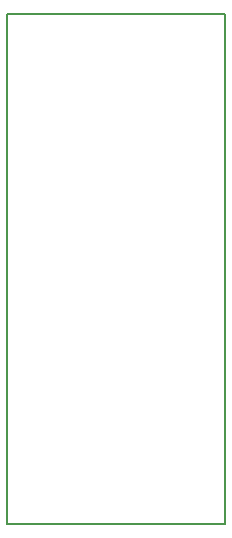
<source format=gbr>
G71*
G90*
G04 Quadcept GERBER*
%MOMM*%
%FSLAX44Y44*%
%ADD10C,0.2*%
G54D10*
G01X-92710Y-215900D02*
G01X92290Y-215900D01*
G01X92290Y-215900D02*
G01X92290Y215900D01*
G01X92290Y215900D02*
G01X-92710Y215900D01*
G01X-92710Y215900D02*
G01X-92710Y-215900D01*
M02*

</source>
